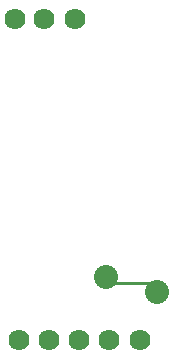
<source format=gbl>
G04 (created by PCBNEW (2013-07-07 BZR 4022)-stable) date 11/16/2014 5:36:46 PM*
%MOIN*%
G04 Gerber Fmt 3.4, Leading zero omitted, Abs format*
%FSLAX34Y34*%
G01*
G70*
G90*
G04 APERTURE LIST*
%ADD10C,0.00590551*%
%ADD11C,0.0700787*%
%ADD12C,0.08*%
%ADD13C,0.01*%
G04 APERTURE END LIST*
G54D10*
G54D11*
X13860Y-17455D03*
X14853Y-17445D03*
X15857Y-17445D03*
X16861Y-17445D03*
X17865Y-17445D03*
X13700Y-6760D03*
X14693Y-6750D03*
X15697Y-6750D03*
G54D12*
X18450Y-15850D03*
X16750Y-15350D03*
G54D13*
X18150Y-15550D02*
X18450Y-15850D01*
X16950Y-15550D02*
X18150Y-15550D01*
X16750Y-15350D02*
X16950Y-15550D01*
M02*

</source>
